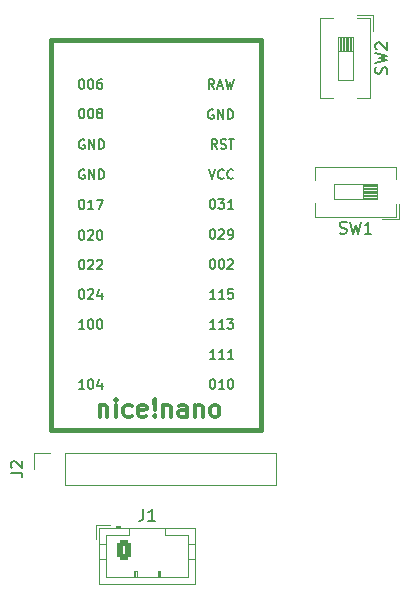
<source format=gto>
%TF.GenerationSoftware,KiCad,Pcbnew,(6.0.1-0)*%
%TF.CreationDate,2022-02-08T23:28:17+08:00*%
%TF.ProjectId,nut-kb,6e75742d-6b62-42e6-9b69-6361645f7063,rev?*%
%TF.SameCoordinates,Original*%
%TF.FileFunction,Legend,Top*%
%TF.FilePolarity,Positive*%
%FSLAX46Y46*%
G04 Gerber Fmt 4.6, Leading zero omitted, Abs format (unit mm)*
G04 Created by KiCad (PCBNEW (6.0.1-0)) date 2022-02-08 23:28:17*
%MOMM*%
%LPD*%
G01*
G04 APERTURE LIST*
G04 Aperture macros list*
%AMRoundRect*
0 Rectangle with rounded corners*
0 $1 Rounding radius*
0 $2 $3 $4 $5 $6 $7 $8 $9 X,Y pos of 4 corners*
0 Add a 4 corners polygon primitive as box body*
4,1,4,$2,$3,$4,$5,$6,$7,$8,$9,$2,$3,0*
0 Add four circle primitives for the rounded corners*
1,1,$1+$1,$2,$3*
1,1,$1+$1,$4,$5*
1,1,$1+$1,$6,$7*
1,1,$1+$1,$8,$9*
0 Add four rect primitives between the rounded corners*
20,1,$1+$1,$2,$3,$4,$5,0*
20,1,$1+$1,$4,$5,$6,$7,0*
20,1,$1+$1,$6,$7,$8,$9,0*
20,1,$1+$1,$8,$9,$2,$3,0*%
G04 Aperture macros list end*
%ADD10C,0.150000*%
%ADD11C,0.300000*%
%ADD12C,0.381000*%
%ADD13C,0.120000*%
%ADD14C,1.752600*%
%ADD15C,3.000000*%
%ADD16C,3.987800*%
%ADD17C,1.750000*%
%ADD18C,3.048000*%
%ADD19O,1.200000X1.750000*%
%ADD20RoundRect,0.250000X-0.350000X-0.625000X0.350000X-0.625000X0.350000X0.625000X-0.350000X0.625000X0*%
%ADD21O,1.600000X1.600000*%
%ADD22R,1.600000X1.600000*%
%ADD23O,1.700000X1.700000*%
%ADD24R,1.700000X1.700000*%
G04 APERTURE END LIST*
D10*
%TO.C,U1*%
X141467310Y-49519904D02*
X141543500Y-49519904D01*
X141619690Y-49558000D01*
X141657786Y-49596095D01*
X141695881Y-49672285D01*
X141733976Y-49824666D01*
X141733976Y-50015142D01*
X141695881Y-50167523D01*
X141657786Y-50243714D01*
X141619690Y-50281809D01*
X141543500Y-50319904D01*
X141467310Y-50319904D01*
X141391119Y-50281809D01*
X141353024Y-50243714D01*
X141314929Y-50167523D01*
X141276833Y-50015142D01*
X141276833Y-49824666D01*
X141314929Y-49672285D01*
X141353024Y-49596095D01*
X141391119Y-49558000D01*
X141467310Y-49519904D01*
X142495881Y-50319904D02*
X142038738Y-50319904D01*
X142267310Y-50319904D02*
X142267310Y-49519904D01*
X142191119Y-49634190D01*
X142114929Y-49710380D01*
X142038738Y-49748476D01*
X142762548Y-49519904D02*
X143295881Y-49519904D01*
X142953024Y-50319904D01*
X152541691Y-54589904D02*
X152617881Y-54589904D01*
X152694071Y-54628000D01*
X152732167Y-54666095D01*
X152770262Y-54742285D01*
X152808357Y-54894666D01*
X152808357Y-55085142D01*
X152770262Y-55237523D01*
X152732167Y-55313714D01*
X152694071Y-55351809D01*
X152617881Y-55389904D01*
X152541691Y-55389904D01*
X152465500Y-55351809D01*
X152427405Y-55313714D01*
X152389310Y-55237523D01*
X152351214Y-55085142D01*
X152351214Y-54894666D01*
X152389310Y-54742285D01*
X152427405Y-54666095D01*
X152465500Y-54628000D01*
X152541691Y-54589904D01*
X153303595Y-54589904D02*
X153379786Y-54589904D01*
X153455976Y-54628000D01*
X153494071Y-54666095D01*
X153532167Y-54742285D01*
X153570262Y-54894666D01*
X153570262Y-55085142D01*
X153532167Y-55237523D01*
X153494071Y-55313714D01*
X153455976Y-55351809D01*
X153379786Y-55389904D01*
X153303595Y-55389904D01*
X153227405Y-55351809D01*
X153189310Y-55313714D01*
X153151214Y-55237523D01*
X153113119Y-55085142D01*
X153113119Y-54894666D01*
X153151214Y-54742285D01*
X153189310Y-54666095D01*
X153227405Y-54628000D01*
X153303595Y-54589904D01*
X153875024Y-54666095D02*
X153913119Y-54628000D01*
X153989310Y-54589904D01*
X154179786Y-54589904D01*
X154255976Y-54628000D01*
X154294071Y-54666095D01*
X154332167Y-54742285D01*
X154332167Y-54818476D01*
X154294071Y-54932761D01*
X153836929Y-55389904D01*
X154332167Y-55389904D01*
X152649643Y-41928000D02*
X152573452Y-41889904D01*
X152459167Y-41889904D01*
X152344881Y-41928000D01*
X152268690Y-42004190D01*
X152230595Y-42080380D01*
X152192500Y-42232761D01*
X152192500Y-42347047D01*
X152230595Y-42499428D01*
X152268690Y-42575619D01*
X152344881Y-42651809D01*
X152459167Y-42689904D01*
X152535357Y-42689904D01*
X152649643Y-42651809D01*
X152687738Y-42613714D01*
X152687738Y-42347047D01*
X152535357Y-42347047D01*
X153030595Y-42689904D02*
X153030595Y-41889904D01*
X153487738Y-42689904D01*
X153487738Y-41889904D01*
X153868690Y-42689904D02*
X153868690Y-41889904D01*
X154059167Y-41889904D01*
X154173452Y-41928000D01*
X154249643Y-42004190D01*
X154287738Y-42080380D01*
X154325833Y-42232761D01*
X154325833Y-42347047D01*
X154287738Y-42499428D01*
X154249643Y-42575619D01*
X154173452Y-42651809D01*
X154059167Y-42689904D01*
X153868690Y-42689904D01*
X152541691Y-64749904D02*
X152617881Y-64749904D01*
X152694071Y-64788000D01*
X152732167Y-64826095D01*
X152770262Y-64902285D01*
X152808357Y-65054666D01*
X152808357Y-65245142D01*
X152770262Y-65397523D01*
X152732167Y-65473714D01*
X152694071Y-65511809D01*
X152617881Y-65549904D01*
X152541691Y-65549904D01*
X152465500Y-65511809D01*
X152427405Y-65473714D01*
X152389310Y-65397523D01*
X152351214Y-65245142D01*
X152351214Y-65054666D01*
X152389310Y-64902285D01*
X152427405Y-64826095D01*
X152465500Y-64788000D01*
X152541691Y-64749904D01*
X153570262Y-65549904D02*
X153113119Y-65549904D01*
X153341691Y-65549904D02*
X153341691Y-64749904D01*
X153265500Y-64864190D01*
X153189310Y-64940380D01*
X153113119Y-64978476D01*
X154065500Y-64749904D02*
X154141691Y-64749904D01*
X154217881Y-64788000D01*
X154255976Y-64826095D01*
X154294071Y-64902285D01*
X154332167Y-65054666D01*
X154332167Y-65245142D01*
X154294071Y-65397523D01*
X154255976Y-65473714D01*
X154217881Y-65511809D01*
X154141691Y-65549904D01*
X154065500Y-65549904D01*
X153989310Y-65511809D01*
X153951214Y-65473714D01*
X153913119Y-65397523D01*
X153875024Y-65245142D01*
X153875024Y-65054666D01*
X153913119Y-64902285D01*
X153951214Y-64826095D01*
X153989310Y-64788000D01*
X154065500Y-64749904D01*
X141467310Y-57129904D02*
X141543500Y-57129904D01*
X141619690Y-57168000D01*
X141657786Y-57206095D01*
X141695881Y-57282285D01*
X141733976Y-57434666D01*
X141733976Y-57625142D01*
X141695881Y-57777523D01*
X141657786Y-57853714D01*
X141619690Y-57891809D01*
X141543500Y-57929904D01*
X141467310Y-57929904D01*
X141391119Y-57891809D01*
X141353024Y-57853714D01*
X141314929Y-57777523D01*
X141276833Y-57625142D01*
X141276833Y-57434666D01*
X141314929Y-57282285D01*
X141353024Y-57206095D01*
X141391119Y-57168000D01*
X141467310Y-57129904D01*
X142038738Y-57206095D02*
X142076833Y-57168000D01*
X142153024Y-57129904D01*
X142343500Y-57129904D01*
X142419690Y-57168000D01*
X142457786Y-57206095D01*
X142495881Y-57282285D01*
X142495881Y-57358476D01*
X142457786Y-57472761D01*
X142000643Y-57929904D01*
X142495881Y-57929904D01*
X143181595Y-57396571D02*
X143181595Y-57929904D01*
X142991119Y-57091809D02*
X142800643Y-57663238D01*
X143295881Y-57663238D01*
X141733976Y-60469904D02*
X141276833Y-60469904D01*
X141505405Y-60469904D02*
X141505405Y-59669904D01*
X141429214Y-59784190D01*
X141353024Y-59860380D01*
X141276833Y-59898476D01*
X142229214Y-59669904D02*
X142305405Y-59669904D01*
X142381595Y-59708000D01*
X142419690Y-59746095D01*
X142457786Y-59822285D01*
X142495881Y-59974666D01*
X142495881Y-60165142D01*
X142457786Y-60317523D01*
X142419690Y-60393714D01*
X142381595Y-60431809D01*
X142305405Y-60469904D01*
X142229214Y-60469904D01*
X142153024Y-60431809D01*
X142114929Y-60393714D01*
X142076833Y-60317523D01*
X142038738Y-60165142D01*
X142038738Y-59974666D01*
X142076833Y-59822285D01*
X142114929Y-59746095D01*
X142153024Y-59708000D01*
X142229214Y-59669904D01*
X142991119Y-59669904D02*
X143067310Y-59669904D01*
X143143500Y-59708000D01*
X143181595Y-59746095D01*
X143219690Y-59822285D01*
X143257786Y-59974666D01*
X143257786Y-60165142D01*
X143219690Y-60317523D01*
X143181595Y-60393714D01*
X143143500Y-60431809D01*
X143067310Y-60469904D01*
X142991119Y-60469904D01*
X142914929Y-60431809D01*
X142876833Y-60393714D01*
X142838738Y-60317523D01*
X142800643Y-60165142D01*
X142800643Y-59974666D01*
X142838738Y-59822285D01*
X142876833Y-59746095D01*
X142914929Y-59708000D01*
X142991119Y-59669904D01*
X152808357Y-57929904D02*
X152351214Y-57929904D01*
X152579786Y-57929904D02*
X152579786Y-57129904D01*
X152503595Y-57244190D01*
X152427405Y-57320380D01*
X152351214Y-57358476D01*
X153570262Y-57929904D02*
X153113119Y-57929904D01*
X153341691Y-57929904D02*
X153341691Y-57129904D01*
X153265500Y-57244190D01*
X153189310Y-57320380D01*
X153113119Y-57358476D01*
X154294071Y-57129904D02*
X153913119Y-57129904D01*
X153875024Y-57510857D01*
X153913119Y-57472761D01*
X153989310Y-57434666D01*
X154179786Y-57434666D01*
X154255976Y-57472761D01*
X154294071Y-57510857D01*
X154332167Y-57587047D01*
X154332167Y-57777523D01*
X154294071Y-57853714D01*
X154255976Y-57891809D01*
X154179786Y-57929904D01*
X153989310Y-57929904D01*
X153913119Y-57891809D01*
X153875024Y-57853714D01*
X141733976Y-44468000D02*
X141657785Y-44429904D01*
X141543500Y-44429904D01*
X141429214Y-44468000D01*
X141353023Y-44544190D01*
X141314928Y-44620380D01*
X141276833Y-44772761D01*
X141276833Y-44887047D01*
X141314928Y-45039428D01*
X141353023Y-45115619D01*
X141429214Y-45191809D01*
X141543500Y-45229904D01*
X141619690Y-45229904D01*
X141733976Y-45191809D01*
X141772071Y-45153714D01*
X141772071Y-44887047D01*
X141619690Y-44887047D01*
X142114928Y-45229904D02*
X142114928Y-44429904D01*
X142572071Y-45229904D01*
X142572071Y-44429904D01*
X142953023Y-45229904D02*
X142953023Y-44429904D01*
X143143500Y-44429904D01*
X143257785Y-44468000D01*
X143333976Y-44544190D01*
X143372071Y-44620380D01*
X143410166Y-44772761D01*
X143410166Y-44887047D01*
X143372071Y-45039428D01*
X143333976Y-45115619D01*
X143257785Y-45191809D01*
X143143500Y-45229904D01*
X142953023Y-45229904D01*
X152808357Y-60469904D02*
X152351214Y-60469904D01*
X152579786Y-60469904D02*
X152579786Y-59669904D01*
X152503595Y-59784190D01*
X152427405Y-59860380D01*
X152351214Y-59898476D01*
X153570262Y-60469904D02*
X153113119Y-60469904D01*
X153341691Y-60469904D02*
X153341691Y-59669904D01*
X153265500Y-59784190D01*
X153189310Y-59860380D01*
X153113119Y-59898476D01*
X153836929Y-59669904D02*
X154332167Y-59669904D01*
X154065500Y-59974666D01*
X154179786Y-59974666D01*
X154255976Y-60012761D01*
X154294071Y-60050857D01*
X154332167Y-60127047D01*
X154332167Y-60317523D01*
X154294071Y-60393714D01*
X154255976Y-60431809D01*
X154179786Y-60469904D01*
X153951214Y-60469904D01*
X153875024Y-60431809D01*
X153836929Y-60393714D01*
X141733976Y-65549904D02*
X141276833Y-65549904D01*
X141505405Y-65549904D02*
X141505405Y-64749904D01*
X141429214Y-64864190D01*
X141353024Y-64940380D01*
X141276833Y-64978476D01*
X142229214Y-64749904D02*
X142305405Y-64749904D01*
X142381595Y-64788000D01*
X142419690Y-64826095D01*
X142457786Y-64902285D01*
X142495881Y-65054666D01*
X142495881Y-65245142D01*
X142457786Y-65397523D01*
X142419690Y-65473714D01*
X142381595Y-65511809D01*
X142305405Y-65549904D01*
X142229214Y-65549904D01*
X142153024Y-65511809D01*
X142114929Y-65473714D01*
X142076833Y-65397523D01*
X142038738Y-65245142D01*
X142038738Y-65054666D01*
X142076833Y-64902285D01*
X142114929Y-64826095D01*
X142153024Y-64788000D01*
X142229214Y-64749904D01*
X143181595Y-65016571D02*
X143181595Y-65549904D01*
X142991119Y-64711809D02*
X142800643Y-65283238D01*
X143295881Y-65283238D01*
X141733976Y-47008000D02*
X141657785Y-46969904D01*
X141543500Y-46969904D01*
X141429214Y-47008000D01*
X141353023Y-47084190D01*
X141314928Y-47160380D01*
X141276833Y-47312761D01*
X141276833Y-47427047D01*
X141314928Y-47579428D01*
X141353023Y-47655619D01*
X141429214Y-47731809D01*
X141543500Y-47769904D01*
X141619690Y-47769904D01*
X141733976Y-47731809D01*
X141772071Y-47693714D01*
X141772071Y-47427047D01*
X141619690Y-47427047D01*
X142114928Y-47769904D02*
X142114928Y-46969904D01*
X142572071Y-47769904D01*
X142572071Y-46969904D01*
X142953023Y-47769904D02*
X142953023Y-46969904D01*
X143143500Y-46969904D01*
X143257785Y-47008000D01*
X143333976Y-47084190D01*
X143372071Y-47160380D01*
X143410166Y-47312761D01*
X143410166Y-47427047D01*
X143372071Y-47579428D01*
X143333976Y-47655619D01*
X143257785Y-47731809D01*
X143143500Y-47769904D01*
X142953023Y-47769904D01*
X152275024Y-46969904D02*
X152541691Y-47769904D01*
X152808357Y-46969904D01*
X153532167Y-47693714D02*
X153494071Y-47731809D01*
X153379786Y-47769904D01*
X153303595Y-47769904D01*
X153189310Y-47731809D01*
X153113119Y-47655619D01*
X153075024Y-47579428D01*
X153036929Y-47427047D01*
X153036929Y-47312761D01*
X153075024Y-47160380D01*
X153113119Y-47084190D01*
X153189310Y-47008000D01*
X153303595Y-46969904D01*
X153379786Y-46969904D01*
X153494071Y-47008000D01*
X153532167Y-47046095D01*
X154332167Y-47693714D02*
X154294071Y-47731809D01*
X154179786Y-47769904D01*
X154103595Y-47769904D01*
X153989310Y-47731809D01*
X153913119Y-47655619D01*
X153875024Y-47579428D01*
X153836929Y-47427047D01*
X153836929Y-47312761D01*
X153875024Y-47160380D01*
X153913119Y-47084190D01*
X153989310Y-47008000D01*
X154103595Y-46969904D01*
X154179786Y-46969904D01*
X154294071Y-47008000D01*
X154332167Y-47046095D01*
D11*
X143022785Y-66898571D02*
X143022785Y-67898571D01*
X143022785Y-67041428D02*
X143094214Y-66970000D01*
X143237071Y-66898571D01*
X143451357Y-66898571D01*
X143594214Y-66970000D01*
X143665642Y-67112857D01*
X143665642Y-67898571D01*
X144379928Y-67898571D02*
X144379928Y-66898571D01*
X144379928Y-66398571D02*
X144308500Y-66470000D01*
X144379928Y-66541428D01*
X144451357Y-66470000D01*
X144379928Y-66398571D01*
X144379928Y-66541428D01*
X145737071Y-67827142D02*
X145594214Y-67898571D01*
X145308500Y-67898571D01*
X145165642Y-67827142D01*
X145094214Y-67755714D01*
X145022785Y-67612857D01*
X145022785Y-67184285D01*
X145094214Y-67041428D01*
X145165642Y-66970000D01*
X145308500Y-66898571D01*
X145594214Y-66898571D01*
X145737071Y-66970000D01*
X146951357Y-67827142D02*
X146808500Y-67898571D01*
X146522785Y-67898571D01*
X146379928Y-67827142D01*
X146308500Y-67684285D01*
X146308500Y-67112857D01*
X146379928Y-66970000D01*
X146522785Y-66898571D01*
X146808500Y-66898571D01*
X146951357Y-66970000D01*
X147022785Y-67112857D01*
X147022785Y-67255714D01*
X146308500Y-67398571D01*
X147665642Y-67755714D02*
X147737071Y-67827142D01*
X147665642Y-67898571D01*
X147594214Y-67827142D01*
X147665642Y-67755714D01*
X147665642Y-67898571D01*
X147665642Y-67327142D02*
X147594214Y-66470000D01*
X147665642Y-66398571D01*
X147737071Y-66470000D01*
X147665642Y-67327142D01*
X147665642Y-66398571D01*
X148379928Y-66898571D02*
X148379928Y-67898571D01*
X148379928Y-67041428D02*
X148451357Y-66970000D01*
X148594214Y-66898571D01*
X148808500Y-66898571D01*
X148951357Y-66970000D01*
X149022785Y-67112857D01*
X149022785Y-67898571D01*
X150379928Y-67898571D02*
X150379928Y-67112857D01*
X150308500Y-66970000D01*
X150165642Y-66898571D01*
X149879928Y-66898571D01*
X149737071Y-66970000D01*
X150379928Y-67827142D02*
X150237071Y-67898571D01*
X149879928Y-67898571D01*
X149737071Y-67827142D01*
X149665642Y-67684285D01*
X149665642Y-67541428D01*
X149737071Y-67398571D01*
X149879928Y-67327142D01*
X150237071Y-67327142D01*
X150379928Y-67255714D01*
X151094214Y-66898571D02*
X151094214Y-67898571D01*
X151094214Y-67041428D02*
X151165642Y-66970000D01*
X151308500Y-66898571D01*
X151522785Y-66898571D01*
X151665642Y-66970000D01*
X151737071Y-67112857D01*
X151737071Y-67898571D01*
X152665642Y-67898571D02*
X152522785Y-67827142D01*
X152451357Y-67755714D01*
X152379928Y-67612857D01*
X152379928Y-67184285D01*
X152451357Y-67041428D01*
X152522785Y-66970000D01*
X152665642Y-66898571D01*
X152879928Y-66898571D01*
X153022785Y-66970000D01*
X153094214Y-67041428D01*
X153165642Y-67184285D01*
X153165642Y-67612857D01*
X153094214Y-67755714D01*
X153022785Y-67827142D01*
X152879928Y-67898571D01*
X152665642Y-67898571D01*
D10*
X152954404Y-45229904D02*
X152687738Y-44848952D01*
X152497261Y-45229904D02*
X152497261Y-44429904D01*
X152802023Y-44429904D01*
X152878214Y-44468000D01*
X152916309Y-44506095D01*
X152954404Y-44582285D01*
X152954404Y-44696571D01*
X152916309Y-44772761D01*
X152878214Y-44810857D01*
X152802023Y-44848952D01*
X152497261Y-44848952D01*
X153259166Y-45191809D02*
X153373452Y-45229904D01*
X153563928Y-45229904D01*
X153640119Y-45191809D01*
X153678214Y-45153714D01*
X153716309Y-45077523D01*
X153716309Y-45001333D01*
X153678214Y-44925142D01*
X153640119Y-44887047D01*
X153563928Y-44848952D01*
X153411547Y-44810857D01*
X153335357Y-44772761D01*
X153297261Y-44734666D01*
X153259166Y-44658476D01*
X153259166Y-44582285D01*
X153297261Y-44506095D01*
X153335357Y-44468000D01*
X153411547Y-44429904D01*
X153602023Y-44429904D01*
X153716309Y-44468000D01*
X153944880Y-44429904D02*
X154402023Y-44429904D01*
X154173452Y-45229904D02*
X154173452Y-44429904D01*
X152541691Y-49509904D02*
X152617881Y-49509904D01*
X152694071Y-49548000D01*
X152732167Y-49586095D01*
X152770262Y-49662285D01*
X152808357Y-49814666D01*
X152808357Y-50005142D01*
X152770262Y-50157523D01*
X152732167Y-50233714D01*
X152694071Y-50271809D01*
X152617881Y-50309904D01*
X152541691Y-50309904D01*
X152465500Y-50271809D01*
X152427405Y-50233714D01*
X152389310Y-50157523D01*
X152351214Y-50005142D01*
X152351214Y-49814666D01*
X152389310Y-49662285D01*
X152427405Y-49586095D01*
X152465500Y-49548000D01*
X152541691Y-49509904D01*
X153075024Y-49509904D02*
X153570262Y-49509904D01*
X153303595Y-49814666D01*
X153417881Y-49814666D01*
X153494071Y-49852761D01*
X153532167Y-49890857D01*
X153570262Y-49967047D01*
X153570262Y-50157523D01*
X153532167Y-50233714D01*
X153494071Y-50271809D01*
X153417881Y-50309904D01*
X153189310Y-50309904D01*
X153113119Y-50271809D01*
X153075024Y-50233714D01*
X154332167Y-50309904D02*
X153875024Y-50309904D01*
X154103595Y-50309904D02*
X154103595Y-49509904D01*
X154027405Y-49624190D01*
X153951214Y-49700380D01*
X153875024Y-49738476D01*
X141467310Y-54619904D02*
X141543500Y-54619904D01*
X141619690Y-54658000D01*
X141657786Y-54696095D01*
X141695881Y-54772285D01*
X141733976Y-54924666D01*
X141733976Y-55115142D01*
X141695881Y-55267523D01*
X141657786Y-55343714D01*
X141619690Y-55381809D01*
X141543500Y-55419904D01*
X141467310Y-55419904D01*
X141391119Y-55381809D01*
X141353024Y-55343714D01*
X141314929Y-55267523D01*
X141276833Y-55115142D01*
X141276833Y-54924666D01*
X141314929Y-54772285D01*
X141353024Y-54696095D01*
X141391119Y-54658000D01*
X141467310Y-54619904D01*
X142038738Y-54696095D02*
X142076833Y-54658000D01*
X142153024Y-54619904D01*
X142343500Y-54619904D01*
X142419690Y-54658000D01*
X142457786Y-54696095D01*
X142495881Y-54772285D01*
X142495881Y-54848476D01*
X142457786Y-54962761D01*
X142000643Y-55419904D01*
X142495881Y-55419904D01*
X142800643Y-54696095D02*
X142838738Y-54658000D01*
X142914929Y-54619904D01*
X143105405Y-54619904D01*
X143181595Y-54658000D01*
X143219690Y-54696095D01*
X143257786Y-54772285D01*
X143257786Y-54848476D01*
X143219690Y-54962761D01*
X142762548Y-55419904D01*
X143257786Y-55419904D01*
X152541691Y-52049904D02*
X152617881Y-52049904D01*
X152694071Y-52088000D01*
X152732167Y-52126095D01*
X152770262Y-52202285D01*
X152808357Y-52354666D01*
X152808357Y-52545142D01*
X152770262Y-52697523D01*
X152732167Y-52773714D01*
X152694071Y-52811809D01*
X152617881Y-52849904D01*
X152541691Y-52849904D01*
X152465500Y-52811809D01*
X152427405Y-52773714D01*
X152389310Y-52697523D01*
X152351214Y-52545142D01*
X152351214Y-52354666D01*
X152389310Y-52202285D01*
X152427405Y-52126095D01*
X152465500Y-52088000D01*
X152541691Y-52049904D01*
X153113119Y-52126095D02*
X153151214Y-52088000D01*
X153227405Y-52049904D01*
X153417881Y-52049904D01*
X153494071Y-52088000D01*
X153532167Y-52126095D01*
X153570262Y-52202285D01*
X153570262Y-52278476D01*
X153532167Y-52392761D01*
X153075024Y-52849904D01*
X153570262Y-52849904D01*
X153951214Y-52849904D02*
X154103595Y-52849904D01*
X154179786Y-52811809D01*
X154217881Y-52773714D01*
X154294071Y-52659428D01*
X154332167Y-52507047D01*
X154332167Y-52202285D01*
X154294071Y-52126095D01*
X154255976Y-52088000D01*
X154179786Y-52049904D01*
X154027405Y-52049904D01*
X153951214Y-52088000D01*
X153913119Y-52126095D01*
X153875024Y-52202285D01*
X153875024Y-52392761D01*
X153913119Y-52468952D01*
X153951214Y-52507047D01*
X154027405Y-52545142D01*
X154179786Y-52545142D01*
X154255976Y-52507047D01*
X154294071Y-52468952D01*
X154332167Y-52392761D01*
X141467310Y-52119904D02*
X141543500Y-52119904D01*
X141619690Y-52158000D01*
X141657786Y-52196095D01*
X141695881Y-52272285D01*
X141733976Y-52424666D01*
X141733976Y-52615142D01*
X141695881Y-52767523D01*
X141657786Y-52843714D01*
X141619690Y-52881809D01*
X141543500Y-52919904D01*
X141467310Y-52919904D01*
X141391119Y-52881809D01*
X141353024Y-52843714D01*
X141314929Y-52767523D01*
X141276833Y-52615142D01*
X141276833Y-52424666D01*
X141314929Y-52272285D01*
X141353024Y-52196095D01*
X141391119Y-52158000D01*
X141467310Y-52119904D01*
X142038738Y-52196095D02*
X142076833Y-52158000D01*
X142153024Y-52119904D01*
X142343500Y-52119904D01*
X142419690Y-52158000D01*
X142457786Y-52196095D01*
X142495881Y-52272285D01*
X142495881Y-52348476D01*
X142457786Y-52462761D01*
X142000643Y-52919904D01*
X142495881Y-52919904D01*
X142991119Y-52119904D02*
X143067310Y-52119904D01*
X143143500Y-52158000D01*
X143181595Y-52196095D01*
X143219690Y-52272285D01*
X143257786Y-52424666D01*
X143257786Y-52615142D01*
X143219690Y-52767523D01*
X143181595Y-52843714D01*
X143143500Y-52881809D01*
X143067310Y-52919904D01*
X142991119Y-52919904D01*
X142914929Y-52881809D01*
X142876833Y-52843714D01*
X142838738Y-52767523D01*
X142800643Y-52615142D01*
X142800643Y-52424666D01*
X142838738Y-52272285D01*
X142876833Y-52196095D01*
X142914929Y-52158000D01*
X142991119Y-52119904D01*
X152808357Y-63009904D02*
X152351214Y-63009904D01*
X152579786Y-63009904D02*
X152579786Y-62209904D01*
X152503595Y-62324190D01*
X152427405Y-62400380D01*
X152351214Y-62438476D01*
X153570262Y-63009904D02*
X153113119Y-63009904D01*
X153341691Y-63009904D02*
X153341691Y-62209904D01*
X153265500Y-62324190D01*
X153189310Y-62400380D01*
X153113119Y-62438476D01*
X154332167Y-63009904D02*
X153875024Y-63009904D01*
X154103595Y-63009904D02*
X154103595Y-62209904D01*
X154027405Y-62324190D01*
X153951214Y-62400380D01*
X153875024Y-62438476D01*
X141467310Y-39349904D02*
X141543500Y-39349904D01*
X141619690Y-39388000D01*
X141657786Y-39426095D01*
X141695881Y-39502285D01*
X141733976Y-39654666D01*
X141733976Y-39845142D01*
X141695881Y-39997523D01*
X141657786Y-40073714D01*
X141619690Y-40111809D01*
X141543500Y-40149904D01*
X141467310Y-40149904D01*
X141391119Y-40111809D01*
X141353024Y-40073714D01*
X141314929Y-39997523D01*
X141276833Y-39845142D01*
X141276833Y-39654666D01*
X141314929Y-39502285D01*
X141353024Y-39426095D01*
X141391119Y-39388000D01*
X141467310Y-39349904D01*
X142229214Y-39349904D02*
X142305405Y-39349904D01*
X142381595Y-39388000D01*
X142419690Y-39426095D01*
X142457786Y-39502285D01*
X142495881Y-39654666D01*
X142495881Y-39845142D01*
X142457786Y-39997523D01*
X142419690Y-40073714D01*
X142381595Y-40111809D01*
X142305405Y-40149904D01*
X142229214Y-40149904D01*
X142153024Y-40111809D01*
X142114929Y-40073714D01*
X142076833Y-39997523D01*
X142038738Y-39845142D01*
X142038738Y-39654666D01*
X142076833Y-39502285D01*
X142114929Y-39426095D01*
X142153024Y-39388000D01*
X142229214Y-39349904D01*
X143181595Y-39349904D02*
X143029214Y-39349904D01*
X142953024Y-39388000D01*
X142914929Y-39426095D01*
X142838738Y-39540380D01*
X142800643Y-39692761D01*
X142800643Y-39997523D01*
X142838738Y-40073714D01*
X142876833Y-40111809D01*
X142953024Y-40149904D01*
X143105405Y-40149904D01*
X143181595Y-40111809D01*
X143219690Y-40073714D01*
X143257786Y-39997523D01*
X143257786Y-39807047D01*
X143219690Y-39730857D01*
X143181595Y-39692761D01*
X143105405Y-39654666D01*
X142953024Y-39654666D01*
X142876833Y-39692761D01*
X142838738Y-39730857D01*
X142800643Y-39807047D01*
X152725834Y-40149904D02*
X152459167Y-39768952D01*
X152268691Y-40149904D02*
X152268691Y-39349904D01*
X152573453Y-39349904D01*
X152649643Y-39388000D01*
X152687738Y-39426095D01*
X152725834Y-39502285D01*
X152725834Y-39616571D01*
X152687738Y-39692761D01*
X152649643Y-39730857D01*
X152573453Y-39768952D01*
X152268691Y-39768952D01*
X153030595Y-39921333D02*
X153411548Y-39921333D01*
X152954405Y-40149904D02*
X153221072Y-39349904D01*
X153487738Y-40149904D01*
X153678215Y-39349904D02*
X153868691Y-40149904D01*
X154021072Y-39578476D01*
X154173453Y-40149904D01*
X154363929Y-39349904D01*
X141467310Y-41819904D02*
X141543500Y-41819904D01*
X141619690Y-41858000D01*
X141657786Y-41896095D01*
X141695881Y-41972285D01*
X141733976Y-42124666D01*
X141733976Y-42315142D01*
X141695881Y-42467523D01*
X141657786Y-42543714D01*
X141619690Y-42581809D01*
X141543500Y-42619904D01*
X141467310Y-42619904D01*
X141391119Y-42581809D01*
X141353024Y-42543714D01*
X141314929Y-42467523D01*
X141276833Y-42315142D01*
X141276833Y-42124666D01*
X141314929Y-41972285D01*
X141353024Y-41896095D01*
X141391119Y-41858000D01*
X141467310Y-41819904D01*
X142229214Y-41819904D02*
X142305405Y-41819904D01*
X142381595Y-41858000D01*
X142419690Y-41896095D01*
X142457786Y-41972285D01*
X142495881Y-42124666D01*
X142495881Y-42315142D01*
X142457786Y-42467523D01*
X142419690Y-42543714D01*
X142381595Y-42581809D01*
X142305405Y-42619904D01*
X142229214Y-42619904D01*
X142153024Y-42581809D01*
X142114929Y-42543714D01*
X142076833Y-42467523D01*
X142038738Y-42315142D01*
X142038738Y-42124666D01*
X142076833Y-41972285D01*
X142114929Y-41896095D01*
X142153024Y-41858000D01*
X142229214Y-41819904D01*
X142953024Y-42162761D02*
X142876833Y-42124666D01*
X142838738Y-42086571D01*
X142800643Y-42010380D01*
X142800643Y-41972285D01*
X142838738Y-41896095D01*
X142876833Y-41858000D01*
X142953024Y-41819904D01*
X143105405Y-41819904D01*
X143181595Y-41858000D01*
X143219690Y-41896095D01*
X143257786Y-41972285D01*
X143257786Y-42010380D01*
X143219690Y-42086571D01*
X143181595Y-42124666D01*
X143105405Y-42162761D01*
X142953024Y-42162761D01*
X142876833Y-42200857D01*
X142838738Y-42238952D01*
X142800643Y-42315142D01*
X142800643Y-42467523D01*
X142838738Y-42543714D01*
X142876833Y-42581809D01*
X142953024Y-42619904D01*
X143105405Y-42619904D01*
X143181595Y-42581809D01*
X143219690Y-42543714D01*
X143257786Y-42467523D01*
X143257786Y-42315142D01*
X143219690Y-42238952D01*
X143181595Y-42200857D01*
X143105405Y-42162761D01*
%TO.C,J1*%
X146709166Y-75713630D02*
X146709166Y-76427916D01*
X146661547Y-76570773D01*
X146566309Y-76666011D01*
X146423452Y-76713630D01*
X146328214Y-76713630D01*
X147709166Y-76713630D02*
X147137738Y-76713630D01*
X147423452Y-76713630D02*
X147423452Y-75713630D01*
X147328214Y-75856488D01*
X147232976Y-75951726D01*
X147137738Y-75999345D01*
%TO.C,SW2*%
X167321261Y-38880583D02*
X167368880Y-38737726D01*
X167368880Y-38499630D01*
X167321261Y-38404392D01*
X167273642Y-38356773D01*
X167178404Y-38309154D01*
X167083166Y-38309154D01*
X166987928Y-38356773D01*
X166940309Y-38404392D01*
X166892690Y-38499630D01*
X166845071Y-38690107D01*
X166797452Y-38785345D01*
X166749833Y-38832964D01*
X166654595Y-38880583D01*
X166559357Y-38880583D01*
X166464119Y-38832964D01*
X166416500Y-38785345D01*
X166368880Y-38690107D01*
X166368880Y-38452011D01*
X166416500Y-38309154D01*
X166368880Y-37975821D02*
X167368880Y-37737726D01*
X166654595Y-37547250D01*
X167368880Y-37356773D01*
X166368880Y-37118678D01*
X166464119Y-36785345D02*
X166416500Y-36737726D01*
X166368880Y-36642488D01*
X166368880Y-36404392D01*
X166416500Y-36309154D01*
X166464119Y-36261535D01*
X166559357Y-36213916D01*
X166654595Y-36213916D01*
X166797452Y-36261535D01*
X167368880Y-36832964D01*
X167368880Y-36213916D01*
%TO.C,J2*%
X135484880Y-72653583D02*
X136199166Y-72653583D01*
X136342023Y-72701202D01*
X136437261Y-72796440D01*
X136484880Y-72939297D01*
X136484880Y-73034535D01*
X135580119Y-72225011D02*
X135532500Y-72177392D01*
X135484880Y-72082154D01*
X135484880Y-71844059D01*
X135532500Y-71748821D01*
X135580119Y-71701202D01*
X135675357Y-71653583D01*
X135770595Y-71653583D01*
X135913452Y-71701202D01*
X136484880Y-72272630D01*
X136484880Y-71653583D01*
%TO.C,SW1*%
X163352166Y-52365011D02*
X163495023Y-52412630D01*
X163733119Y-52412630D01*
X163828357Y-52365011D01*
X163875976Y-52317392D01*
X163923595Y-52222154D01*
X163923595Y-52126916D01*
X163875976Y-52031678D01*
X163828357Y-51984059D01*
X163733119Y-51936440D01*
X163542642Y-51888821D01*
X163447404Y-51841202D01*
X163399785Y-51793583D01*
X163352166Y-51698345D01*
X163352166Y-51603107D01*
X163399785Y-51507869D01*
X163447404Y-51460250D01*
X163542642Y-51412630D01*
X163780738Y-51412630D01*
X163923595Y-51460250D01*
X164256928Y-51412630D02*
X164495023Y-52412630D01*
X164685500Y-51698345D01*
X164875976Y-52412630D01*
X165114071Y-51412630D01*
X166018833Y-52412630D02*
X165447404Y-52412630D01*
X165733119Y-52412630D02*
X165733119Y-51412630D01*
X165637880Y-51555488D01*
X165542642Y-51650726D01*
X165447404Y-51698345D01*
D12*
%TO.C,U1*%
X138914500Y-35978000D02*
X138914500Y-38518000D01*
X156694500Y-38518000D02*
X156694500Y-35978000D01*
X156694500Y-35978000D02*
X138914500Y-35978000D01*
X138914500Y-68998000D02*
X156694500Y-68998000D01*
X156694500Y-68998000D02*
X156694500Y-38518000D01*
X138914500Y-38518000D02*
X138914500Y-68998000D01*
D13*
%TO.C,J1*%
X146042500Y-81461250D02*
X146042500Y-80961250D01*
X145942500Y-81461250D02*
X145942500Y-80961250D01*
X142982500Y-77351250D02*
X142982500Y-82071250D01*
X143932500Y-77051250D02*
X142682500Y-77051250D01*
X142982500Y-79961250D02*
X143592500Y-79961250D01*
X151102500Y-79961250D02*
X150492500Y-79961250D01*
X142682500Y-77051250D02*
X142682500Y-78301250D01*
X142982500Y-78661250D02*
X143592500Y-78661250D01*
X144742500Y-77151250D02*
X144442500Y-77151250D01*
X150492500Y-81461250D02*
X150492500Y-77961250D01*
X151102500Y-77351250D02*
X142982500Y-77351250D01*
X148142500Y-80961250D02*
X148142500Y-81461250D01*
X142982500Y-82071250D02*
X151102500Y-82071250D01*
X143592500Y-77961250D02*
X143592500Y-81461250D01*
X146142500Y-80961250D02*
X146142500Y-81461250D01*
X145542500Y-77961250D02*
X143592500Y-77961250D01*
X145542500Y-77351250D02*
X145542500Y-77961250D01*
X150492500Y-77961250D02*
X148542500Y-77961250D01*
X151102500Y-78661250D02*
X150492500Y-78661250D01*
X148542500Y-77961250D02*
X148542500Y-77351250D01*
X147942500Y-80961250D02*
X148142500Y-80961250D01*
X147942500Y-81461250D02*
X147942500Y-80961250D01*
X144742500Y-77251250D02*
X144442500Y-77251250D01*
X151102500Y-82071250D02*
X151102500Y-77351250D01*
X145942500Y-80961250D02*
X146142500Y-80961250D01*
X148042500Y-81461250D02*
X148042500Y-80961250D01*
X144742500Y-77351250D02*
X144742500Y-77151250D01*
X143592500Y-81461250D02*
X150492500Y-81461250D01*
X144442500Y-77151250D02*
X144442500Y-77351250D01*
%TO.C,SW2*%
X163841500Y-35737250D02*
X163841500Y-36943917D01*
X164081500Y-35737250D02*
X164081500Y-36943917D01*
X163171500Y-39357250D02*
X164441500Y-39357250D01*
X163171500Y-35737250D02*
X163171500Y-39357250D01*
X163721500Y-35737250D02*
X163721500Y-36943917D01*
X166156500Y-33897250D02*
X164846500Y-33897250D01*
X165916500Y-34137250D02*
X164846500Y-34137250D01*
X162816500Y-40958250D02*
X161696500Y-40958250D01*
X166156500Y-33897250D02*
X166156500Y-35280250D01*
X164321500Y-35737250D02*
X164321500Y-36943917D01*
X162766500Y-34137250D02*
X161696500Y-34137250D01*
X164441500Y-39357250D02*
X164441500Y-35737250D01*
X164441500Y-35737250D02*
X163171500Y-35737250D01*
X161696500Y-34137250D02*
X161696500Y-40958250D01*
X163961500Y-35737250D02*
X163961500Y-36943917D01*
X165916500Y-40958250D02*
X164796500Y-40958250D01*
X164201500Y-35737250D02*
X164201500Y-36943917D01*
X163601500Y-35737250D02*
X163601500Y-36943917D01*
X163361500Y-35737250D02*
X163361500Y-36943917D01*
X163481500Y-35737250D02*
X163481500Y-36943917D01*
X165916500Y-34137250D02*
X165916500Y-40958250D01*
X164441500Y-36943917D02*
X163171500Y-36943917D01*
X163241500Y-35737250D02*
X163241500Y-36943917D01*
%TO.C,J2*%
X140072500Y-70990250D02*
X157912500Y-70990250D01*
X140072500Y-73650250D02*
X157912500Y-73650250D01*
X157912500Y-73650250D02*
X157912500Y-70990250D01*
X140072500Y-73650250D02*
X140072500Y-70990250D01*
X137472500Y-72320250D02*
X137472500Y-70990250D01*
X137472500Y-70990250D02*
X138802500Y-70990250D01*
%TO.C,SW1*%
X166495500Y-49005250D02*
X165288833Y-49005250D01*
X166495500Y-49245250D02*
X165288833Y-49245250D01*
X166495500Y-48645250D02*
X165288833Y-48645250D01*
X165288833Y-49485250D02*
X165288833Y-48215250D01*
X162875500Y-49485250D02*
X166495500Y-49485250D01*
X166495500Y-48885250D02*
X165288833Y-48885250D01*
X161274500Y-47860250D02*
X161274500Y-46740250D01*
X166495500Y-48765250D02*
X165288833Y-48765250D01*
X168095500Y-47810250D02*
X168095500Y-46740250D01*
X166495500Y-48285250D02*
X165288833Y-48285250D01*
X166495500Y-49125250D02*
X165288833Y-49125250D01*
X168095500Y-50960250D02*
X168095500Y-49890250D01*
X166495500Y-48215250D02*
X162875500Y-48215250D01*
X168095500Y-46740250D02*
X161274500Y-46740250D01*
X162875500Y-48215250D02*
X162875500Y-49485250D01*
X168095500Y-50960250D02*
X161274500Y-50960250D01*
X166495500Y-49365250D02*
X165288833Y-49365250D01*
X166495500Y-48525250D02*
X165288833Y-48525250D01*
X168335500Y-51200250D02*
X166952500Y-51200250D01*
X168335500Y-51200250D02*
X168335500Y-49890250D01*
X166495500Y-49485250D02*
X166495500Y-48215250D01*
X166495500Y-48405250D02*
X165288833Y-48405250D01*
X161274500Y-50960250D02*
X161274500Y-49840250D01*
%TD*%
D14*
%TO.C,U1*%
X155424500Y-39788000D03*
X155424500Y-42328000D03*
X155424500Y-44868000D03*
X155424500Y-47408000D03*
X155424500Y-49948000D03*
X155424500Y-52488000D03*
X155424500Y-55028000D03*
X155424500Y-57568000D03*
X155424500Y-60108000D03*
X155424500Y-62648000D03*
X155424500Y-65188000D03*
X155424500Y-67728000D03*
X140184500Y-67728000D03*
X140184500Y-65188000D03*
X140184500Y-62648000D03*
X140184500Y-60108000D03*
X140184500Y-57568000D03*
X140184500Y-55028000D03*
X140184500Y-52488000D03*
X140184500Y-49948000D03*
X140184500Y-47408000D03*
X140184500Y-44868000D03*
X140184500Y-42328000D03*
X140184500Y-39788000D03*
%TD*%
%LPC*%
D15*
%TO.C,MX30*%
X149973159Y-131739705D03*
D16*
X146843750Y-127000000D03*
D15*
X150948455Y-124970443D03*
D17*
X149383750Y-122600591D03*
X144303750Y-131399409D03*
D18*
X146923937Y-140831111D03*
X158861937Y-120153889D03*
D16*
X133725710Y-133211111D03*
X145663710Y-112533889D03*
%TD*%
D15*
%TO.C,MX29*%
X132510659Y-121420955D03*
D16*
X129381250Y-116681250D03*
D15*
X133485955Y-114651693D03*
D17*
X131921250Y-112281841D03*
X126841250Y-121080659D03*
D18*
X129461437Y-130512361D03*
X141399437Y-109835139D03*
D16*
X116263210Y-122892361D03*
X128201210Y-102215139D03*
%TD*%
%TO.C,MX28*%
X82550000Y-100012500D03*
D17*
X87630000Y-100012500D03*
X77470000Y-100012500D03*
%TD*%
%TO.C,MX23*%
X106680000Y-83343750D03*
D16*
X101600000Y-83343750D03*
D17*
X96520000Y-83343750D03*
%TD*%
D14*
%TO.C,U1*%
X155424500Y-39788000D03*
X155424500Y-42328000D03*
X155424500Y-44868000D03*
X155424500Y-47408000D03*
X155424500Y-49948000D03*
X155424500Y-52488000D03*
X155424500Y-55028000D03*
X155424500Y-57568000D03*
X155424500Y-60108000D03*
X155424500Y-62648000D03*
X155424500Y-65188000D03*
X155424500Y-67728000D03*
X140184500Y-67728000D03*
X140184500Y-65188000D03*
X140184500Y-62648000D03*
X140184500Y-60108000D03*
X140184500Y-57568000D03*
X140184500Y-55028000D03*
X140184500Y-52488000D03*
X140184500Y-49948000D03*
X140184500Y-47408000D03*
X140184500Y-44868000D03*
X140184500Y-42328000D03*
X140184500Y-39788000D03*
%TD*%
D16*
%TO.C,MX26*%
X44450000Y-107156250D03*
D17*
X39370000Y-107156250D03*
X49530000Y-107156250D03*
%TD*%
%TO.C,MX1*%
X20320000Y-30956250D03*
X30480000Y-30956250D03*
D16*
X25400000Y-30956250D03*
%TD*%
D17*
%TO.C,MX16*%
X77470000Y-61912500D03*
X87630000Y-61912500D03*
D16*
X82550000Y-61912500D03*
%TD*%
D17*
%TO.C,MX22*%
X77470000Y-80962500D03*
D16*
X82550000Y-80962500D03*
D17*
X87630000Y-80962500D03*
%TD*%
%TO.C,MX25*%
X20320000Y-107156250D03*
X30480000Y-107156250D03*
D16*
X25400000Y-107156250D03*
%TD*%
D17*
%TO.C,MX3*%
X68580000Y-26193750D03*
D16*
X63500000Y-26193750D03*
D17*
X58420000Y-26193750D03*
%TD*%
%TO.C,MX2*%
X49530000Y-30956250D03*
D16*
X44450000Y-30956250D03*
D17*
X39370000Y-30956250D03*
%TD*%
%TO.C,MX11*%
X106680000Y-45243750D03*
D16*
X101600000Y-45243750D03*
D17*
X96520000Y-45243750D03*
%TD*%
%TO.C,MX5*%
X96520000Y-26193750D03*
X106680000Y-26193750D03*
D16*
X101600000Y-26193750D03*
%TD*%
D17*
%TO.C,MX21*%
X58420000Y-83343750D03*
D16*
X63500000Y-83343750D03*
D17*
X68580000Y-83343750D03*
%TD*%
%TO.C,MX7*%
X20320000Y-50006250D03*
D16*
X25400000Y-50006250D03*
D17*
X30480000Y-50006250D03*
%TD*%
%TO.C,MX20*%
X39370000Y-88106250D03*
D16*
X44450000Y-88106250D03*
D17*
X49530000Y-88106250D03*
%TD*%
%TO.C,MX4*%
X87630000Y-23812500D03*
X77470000Y-23812500D03*
D16*
X82550000Y-23812500D03*
%TD*%
D19*
%TO.C,J1*%
X149042500Y-79161250D03*
X147042500Y-79161250D03*
D20*
X145042500Y-79161250D03*
%TD*%
D17*
%TO.C,MX19*%
X20320000Y-88106250D03*
X30480000Y-88106250D03*
D16*
X25400000Y-88106250D03*
%TD*%
D17*
%TO.C,MX15*%
X58420000Y-64293750D03*
X68580000Y-64293750D03*
D16*
X63500000Y-64293750D03*
%TD*%
D17*
%TO.C,MX8*%
X49530000Y-50006250D03*
X39370000Y-50006250D03*
D16*
X44450000Y-50006250D03*
%TD*%
D17*
%TO.C,MX17*%
X106680000Y-64293750D03*
X96520000Y-64293750D03*
D16*
X101600000Y-64293750D03*
%TD*%
D17*
%TO.C,MX10*%
X77470000Y-42862500D03*
D16*
X82550000Y-42862500D03*
D17*
X87630000Y-42862500D03*
%TD*%
D16*
%TO.C,MX24*%
X120650000Y-85725000D03*
D17*
X115570000Y-85725000D03*
X125730000Y-85725000D03*
%TD*%
D21*
%TO.C,SW2*%
X163806500Y-41357250D03*
D22*
X163806500Y-33737250D03*
%TD*%
D17*
%TO.C,MX14*%
X39370000Y-69056250D03*
X49530000Y-69056250D03*
D16*
X44450000Y-69056250D03*
%TD*%
D23*
%TO.C,J2*%
X156582500Y-72320250D03*
X154042500Y-72320250D03*
X151502500Y-72320250D03*
X148962500Y-72320250D03*
X146422500Y-72320250D03*
X143882500Y-72320250D03*
X141342500Y-72320250D03*
D24*
X138802500Y-72320250D03*
%TD*%
D16*
%TO.C,MX9*%
X63500000Y-45243750D03*
D17*
X58420000Y-45243750D03*
X68580000Y-45243750D03*
%TD*%
D22*
%TO.C,SW1*%
X168495500Y-48850250D03*
D21*
X160875500Y-48850250D03*
%TD*%
D16*
%TO.C,MX27*%
X63500000Y-102393750D03*
D17*
X58420000Y-102393750D03*
X68580000Y-102393750D03*
%TD*%
%TO.C,MX12*%
X125730000Y-47625000D03*
D16*
X120650000Y-47625000D03*
D17*
X115570000Y-47625000D03*
%TD*%
%TO.C,MX18*%
X125730000Y-66675000D03*
D16*
X120650000Y-66675000D03*
D17*
X115570000Y-66675000D03*
%TD*%
%TO.C,MX6*%
X115570000Y-28575000D03*
X125730000Y-28575000D03*
D16*
X120650000Y-28575000D03*
%TD*%
D17*
%TO.C,MX13*%
X20320000Y-69056250D03*
D16*
X25400000Y-69056250D03*
D17*
X30480000Y-69056250D03*
%TD*%
M02*

</source>
